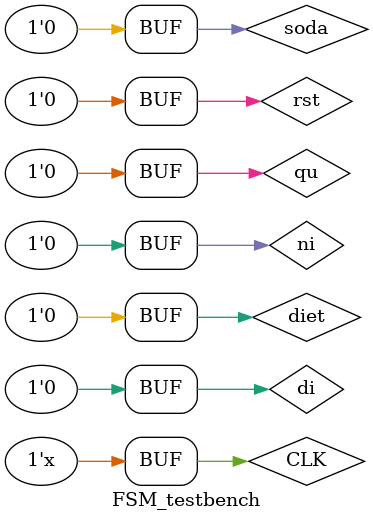
<source format=v>
`timescale 1ns / 1ps


module FSM_testbench;

	// Inputs
	reg ni;
	reg di;
	reg qu;
	reg CLK;
	reg soda;
	reg diet;
	reg rst;

	// Bidirs
	wire giveSoda;
	wire giveDiet;
	wire change;

	// Instantiate the Unit Under Test (UUT)
	FSM uut (
		.ni(ni), 
		.di(di), 
		.qu(qu),
		.rst(rst),
		.giveSoda(giveSoda), 
		.giveDiet(giveDiet), 
		.change(change), 
		.CLK(CLK),
		.soda(soda),
		.diet(diet)
	);
	// Clock generator.
	always begin
		CLK = ~CLK;
		#10;
	end
	
	initial begin
		// Initialize Inputs
		ni = 0;
		di = 0;
		qu = 0;
		CLK = 0;
		soda = 0;
		diet = 0;
		rst = 0;

		// Wait 100 ns for global reset to finish
		#100;
		//qu = 1;
		//#10;
		//qu = 0;
		/*di = 1;
		#10;
		di = 0;
		#10;
		di = 1;
		#10;
		di = 0;
		#10
		di = 1;
		#10;
		di = 0;
		#10;*/
		//di = 1;
		//#10;
		//di = 0;
		#1;
		ni = 1;
		#20;
		ni = 0;
		#20;
		ni = 1;
		#20;
		ni = 0;
		#20;
		ni = 1;
		#20;
		ni = 0;
		#20;
		ni = 1;
		#20;
		ni = 0;
		#20;
		ni = 1;
		#20;
		ni = 0;
		#20;
		di = 1;
		#20;
		di = 0;
		#20;
		/*//#20;
		//qu = 1;
		//#10;
		//qu = 0;*/
		soda = 1;
		#20;
		soda = 0;
		#20;
		
        
		// Add stimulus here

	end
      
endmodule


</source>
